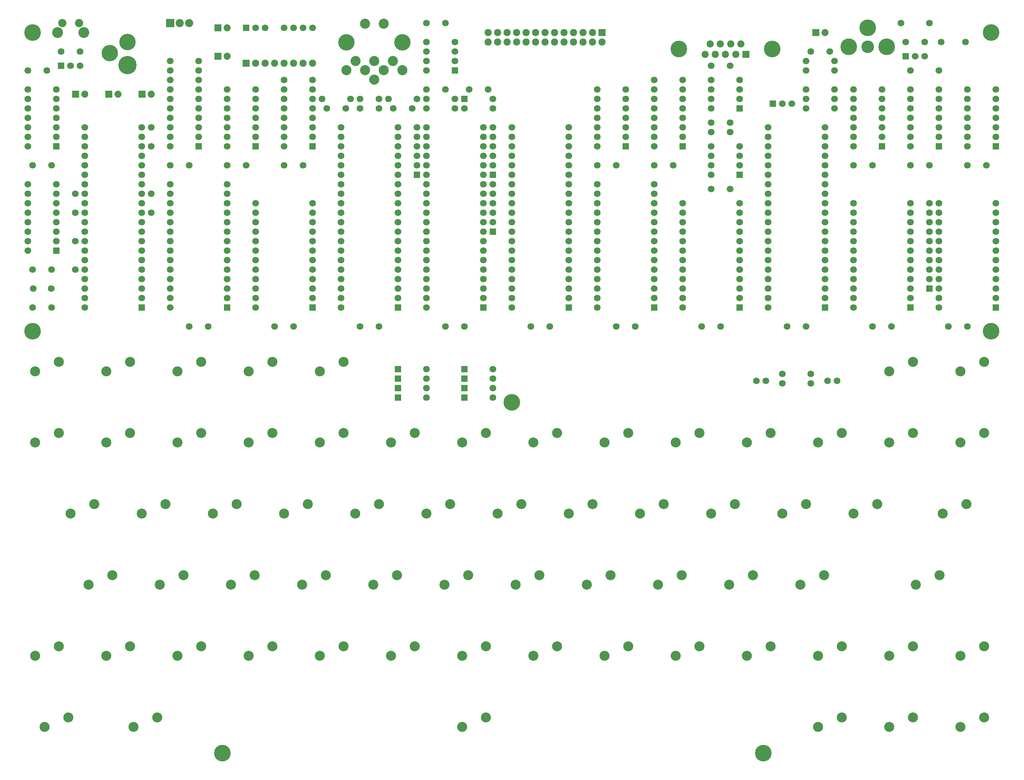
<source format=gbr>
G04 #@! TF.GenerationSoftware,KiCad,Pcbnew,(5.1.0)-1*
G04 #@! TF.CreationDate,2020-03-05T11:17:41-08:00*
G04 #@! TF.ProjectId,Radio-86RK,52616469-6f2d-4383-9652-4b2e6b696361,rev?*
G04 #@! TF.SameCoordinates,Original*
G04 #@! TF.FileFunction,Soldermask,Bot*
G04 #@! TF.FilePolarity,Negative*
%FSLAX46Y46*%
G04 Gerber Fmt 4.6, Leading zero omitted, Abs format (unit mm)*
G04 Created by KiCad (PCBNEW (5.1.0)-1) date 2020-03-05 11:17:41*
%MOMM*%
%LPD*%
G04 APERTURE LIST*
%ADD10C,1.797000*%
%ADD11R,1.797000X1.797000*%
%ADD12C,1.890980*%
%ADD13R,1.890980X1.890980*%
%ADD14C,2.686000*%
%ADD15C,4.464000*%
%ADD16C,3.371800*%
%ADD17C,2.700000*%
%ADD18C,4.400000*%
%ADD19R,1.924000X1.924000*%
%ADD20C,1.924000*%
%ADD21C,2.899360*%
%ADD22C,2.200860*%
%ADD23C,2.178000*%
%ADD24R,2.178000X2.178000*%
%ADD25C,4.900000*%
%ADD26R,1.800000X1.800000*%
%ADD27C,1.800000*%
%ADD28C,4.448760*%
G04 APERTURE END LIST*
D10*
X11430000Y-85090000D03*
X16510000Y-85090000D03*
D11*
X132080000Y-85090000D03*
D10*
X132080000Y-82550000D03*
X132080000Y-80010000D03*
X132080000Y-77470000D03*
X132080000Y-74930000D03*
X132080000Y-72390000D03*
X132080000Y-69850000D03*
X132080000Y-67310000D03*
X132080000Y-64770000D03*
X132080000Y-62230000D03*
X132080000Y-59690000D03*
X132080000Y-57150000D03*
X132080000Y-54610000D03*
X132080000Y-52070000D03*
X132080000Y-49530000D03*
X132080000Y-46990000D03*
X132080000Y-44450000D03*
X132080000Y-41910000D03*
X132080000Y-39370000D03*
X132080000Y-36830000D03*
X116840000Y-36830000D03*
X116840000Y-39370000D03*
X116840000Y-41910000D03*
X116840000Y-44450000D03*
X116840000Y-46990000D03*
X116840000Y-49530000D03*
X116840000Y-52070000D03*
X116840000Y-54610000D03*
X116840000Y-57150000D03*
X116840000Y-59690000D03*
X116840000Y-62230000D03*
X116840000Y-64770000D03*
X116840000Y-67310000D03*
X116840000Y-69850000D03*
X116840000Y-72390000D03*
X116840000Y-74930000D03*
X116840000Y-77470000D03*
X116840000Y-80010000D03*
X116840000Y-82550000D03*
X116840000Y-85090000D03*
D11*
X127000000Y-29210000D03*
D10*
X134620000Y-29210000D03*
X107950000Y-31750000D03*
X113030000Y-31750000D03*
X124460000Y-31750000D03*
X116840000Y-31750000D03*
X128270000Y-26670000D03*
X133350000Y-26670000D03*
D11*
X170180000Y-41910000D03*
D10*
X170180000Y-39370000D03*
X170180000Y-36830000D03*
X170180000Y-34290000D03*
X170180000Y-31750000D03*
X170180000Y-29210000D03*
X170180000Y-26670000D03*
X162560000Y-26670000D03*
X162560000Y-29210000D03*
X162560000Y-31750000D03*
X162560000Y-34290000D03*
X162560000Y-36830000D03*
X162560000Y-39370000D03*
X162560000Y-41910000D03*
D11*
X185420000Y-41910000D03*
D10*
X185420000Y-39370000D03*
X185420000Y-36830000D03*
X185420000Y-34290000D03*
X185420000Y-31750000D03*
X185420000Y-29210000D03*
X185420000Y-26670000D03*
X185420000Y-24130000D03*
X177800000Y-24130000D03*
X177800000Y-26670000D03*
X177800000Y-29210000D03*
X177800000Y-31750000D03*
X177800000Y-34290000D03*
X177800000Y-36830000D03*
X177800000Y-39370000D03*
X177800000Y-41910000D03*
D11*
X200660000Y-31750000D03*
D10*
X200660000Y-29210000D03*
X200660000Y-26670000D03*
X200660000Y-24130000D03*
X193040000Y-24130000D03*
X193040000Y-26670000D03*
X193040000Y-29210000D03*
X193040000Y-31750000D03*
X193040000Y-49530000D03*
X193040000Y-46990000D03*
X193040000Y-44450000D03*
X193040000Y-41910000D03*
X200660000Y-41910000D03*
X200660000Y-44450000D03*
X200660000Y-46990000D03*
D11*
X200660000Y-49530000D03*
D12*
X34270000Y-27940000D03*
D13*
X31770000Y-27940000D03*
X22880000Y-27940000D03*
D12*
X25380000Y-27940000D03*
D13*
X60980000Y-10160000D03*
D12*
X63480000Y-10160000D03*
D14*
X151765000Y-118745000D03*
X145415000Y-121285000D03*
D15*
X139700000Y-110490000D03*
X11430000Y-91440000D03*
X267970000Y-91440000D03*
D10*
X162560000Y-85090000D03*
X162560000Y-82550000D03*
X162560000Y-80010000D03*
X162560000Y-77470000D03*
X162560000Y-74930000D03*
X162560000Y-72390000D03*
X162560000Y-69850000D03*
X162560000Y-67310000D03*
X162560000Y-64770000D03*
X162560000Y-62230000D03*
X162560000Y-59690000D03*
X162560000Y-57150000D03*
X162560000Y-54610000D03*
X162560000Y-52070000D03*
X177800000Y-52070000D03*
X177800000Y-54610000D03*
X177800000Y-57150000D03*
X177800000Y-59690000D03*
X177800000Y-62230000D03*
X177800000Y-64770000D03*
X177800000Y-67310000D03*
X177800000Y-69850000D03*
X177800000Y-72390000D03*
X177800000Y-74930000D03*
X177800000Y-77470000D03*
X177800000Y-80010000D03*
X177800000Y-82550000D03*
D11*
X177800000Y-85090000D03*
D10*
X139700000Y-85090000D03*
X139700000Y-82550000D03*
X139700000Y-80010000D03*
X139700000Y-77470000D03*
X139700000Y-74930000D03*
X139700000Y-72390000D03*
X139700000Y-69850000D03*
X139700000Y-67310000D03*
X139700000Y-64770000D03*
X139700000Y-62230000D03*
X139700000Y-59690000D03*
X139700000Y-57150000D03*
X139700000Y-54610000D03*
X139700000Y-52070000D03*
X139700000Y-49530000D03*
X139700000Y-46990000D03*
X139700000Y-44450000D03*
X139700000Y-41910000D03*
X139700000Y-39370000D03*
X139700000Y-36830000D03*
X154940000Y-36830000D03*
X154940000Y-39370000D03*
X154940000Y-41910000D03*
X154940000Y-44450000D03*
X154940000Y-46990000D03*
X154940000Y-49530000D03*
X154940000Y-52070000D03*
X154940000Y-54610000D03*
X154940000Y-57150000D03*
X154940000Y-59690000D03*
X154940000Y-62230000D03*
X154940000Y-64770000D03*
X154940000Y-67310000D03*
X154940000Y-69850000D03*
X154940000Y-72390000D03*
X154940000Y-74930000D03*
X154940000Y-77470000D03*
X154940000Y-80010000D03*
X154940000Y-82550000D03*
D11*
X154940000Y-85090000D03*
D10*
X78740000Y-41910000D03*
X78740000Y-39370000D03*
X78740000Y-36830000D03*
X78740000Y-34290000D03*
X78740000Y-31750000D03*
X78740000Y-29210000D03*
X78740000Y-26670000D03*
X78740000Y-24130000D03*
X86360000Y-24130000D03*
X86360000Y-26670000D03*
X86360000Y-29210000D03*
X86360000Y-31750000D03*
X86360000Y-34290000D03*
X86360000Y-36830000D03*
X86360000Y-39370000D03*
D11*
X86360000Y-41910000D03*
D10*
X185420000Y-85090000D03*
X185420000Y-82550000D03*
X185420000Y-80010000D03*
X185420000Y-77470000D03*
X185420000Y-74930000D03*
X185420000Y-72390000D03*
X185420000Y-69850000D03*
X185420000Y-67310000D03*
X185420000Y-64770000D03*
X185420000Y-62230000D03*
X185420000Y-59690000D03*
X185420000Y-57150000D03*
X200660000Y-57150000D03*
X200660000Y-59690000D03*
X200660000Y-62230000D03*
X200660000Y-64770000D03*
X200660000Y-67310000D03*
X200660000Y-69850000D03*
X200660000Y-72390000D03*
X200660000Y-74930000D03*
X200660000Y-77470000D03*
X200660000Y-80010000D03*
X200660000Y-82550000D03*
D11*
X200660000Y-85090000D03*
D10*
X63500000Y-41910000D03*
X63500000Y-39370000D03*
X63500000Y-36830000D03*
X63500000Y-34290000D03*
X63500000Y-31750000D03*
X63500000Y-29210000D03*
X63500000Y-26670000D03*
X71120000Y-26670000D03*
X71120000Y-29210000D03*
X71120000Y-31750000D03*
X71120000Y-34290000D03*
X71120000Y-36830000D03*
X71120000Y-39370000D03*
D11*
X71120000Y-41910000D03*
X63500000Y-85090000D03*
D10*
X63500000Y-82550000D03*
X63500000Y-80010000D03*
X63500000Y-77470000D03*
X63500000Y-74930000D03*
X63500000Y-72390000D03*
X63500000Y-69850000D03*
X63500000Y-67310000D03*
X63500000Y-64770000D03*
X63500000Y-62230000D03*
X63500000Y-59690000D03*
X63500000Y-57150000D03*
X63500000Y-54610000D03*
X63500000Y-52070000D03*
X48260000Y-52070000D03*
X48260000Y-54610000D03*
X48260000Y-57150000D03*
X48260000Y-59690000D03*
X48260000Y-62230000D03*
X48260000Y-64770000D03*
X48260000Y-67310000D03*
X48260000Y-69850000D03*
X48260000Y-72390000D03*
X48260000Y-74930000D03*
X48260000Y-77470000D03*
X48260000Y-80010000D03*
X48260000Y-82550000D03*
X48260000Y-85090000D03*
D11*
X109220000Y-85090000D03*
D10*
X109220000Y-82550000D03*
X109220000Y-80010000D03*
X109220000Y-77470000D03*
X109220000Y-74930000D03*
X109220000Y-72390000D03*
X109220000Y-69850000D03*
X109220000Y-67310000D03*
X109220000Y-64770000D03*
X109220000Y-62230000D03*
X109220000Y-59690000D03*
X109220000Y-57150000D03*
X109220000Y-54610000D03*
X109220000Y-52070000D03*
X109220000Y-49530000D03*
X109220000Y-46990000D03*
X109220000Y-44450000D03*
X109220000Y-41910000D03*
X109220000Y-39370000D03*
X109220000Y-36830000D03*
X93980000Y-36830000D03*
X93980000Y-39370000D03*
X93980000Y-41910000D03*
X93980000Y-44450000D03*
X93980000Y-46990000D03*
X93980000Y-49530000D03*
X93980000Y-52070000D03*
X93980000Y-54610000D03*
X93980000Y-57150000D03*
X93980000Y-59690000D03*
X93980000Y-62230000D03*
X93980000Y-64770000D03*
X93980000Y-67310000D03*
X93980000Y-69850000D03*
X93980000Y-72390000D03*
X93980000Y-74930000D03*
X93980000Y-77470000D03*
X93980000Y-80010000D03*
X93980000Y-82550000D03*
X93980000Y-85090000D03*
D11*
X40640000Y-85090000D03*
D10*
X40640000Y-82550000D03*
X40640000Y-80010000D03*
X40640000Y-77470000D03*
X40640000Y-74930000D03*
X40640000Y-72390000D03*
X40640000Y-69850000D03*
X40640000Y-67310000D03*
X40640000Y-64770000D03*
X40640000Y-62230000D03*
X40640000Y-59690000D03*
X40640000Y-57150000D03*
X40640000Y-54610000D03*
X40640000Y-52070000D03*
X40640000Y-49530000D03*
X40640000Y-46990000D03*
X40640000Y-44450000D03*
X40640000Y-41910000D03*
X40640000Y-39370000D03*
X40640000Y-36830000D03*
X25400000Y-36830000D03*
X25400000Y-39370000D03*
X25400000Y-41910000D03*
X25400000Y-44450000D03*
X25400000Y-46990000D03*
X25400000Y-49530000D03*
X25400000Y-52070000D03*
X25400000Y-54610000D03*
X25400000Y-57150000D03*
X25400000Y-59690000D03*
X25400000Y-62230000D03*
X25400000Y-64770000D03*
X25400000Y-67310000D03*
X25400000Y-69850000D03*
X25400000Y-72390000D03*
X25400000Y-74930000D03*
X25400000Y-77470000D03*
X25400000Y-80010000D03*
X25400000Y-82550000D03*
X25400000Y-85090000D03*
D11*
X238760000Y-41910000D03*
D10*
X238760000Y-39370000D03*
X238760000Y-36830000D03*
X238760000Y-34290000D03*
X238760000Y-31750000D03*
X238760000Y-29210000D03*
X238760000Y-26670000D03*
X231140000Y-26670000D03*
X231140000Y-29210000D03*
X231140000Y-31750000D03*
X231140000Y-34290000D03*
X231140000Y-36830000D03*
X231140000Y-39370000D03*
X231140000Y-41910000D03*
D14*
X89852500Y-156845000D03*
X83502500Y-159385000D03*
D10*
X208280000Y-85090000D03*
X208280000Y-82550000D03*
X208280000Y-80010000D03*
X208280000Y-77470000D03*
X208280000Y-74930000D03*
X208280000Y-72390000D03*
X208280000Y-69850000D03*
X208280000Y-67310000D03*
X208280000Y-64770000D03*
X208280000Y-62230000D03*
X208280000Y-59690000D03*
X208280000Y-57150000D03*
X208280000Y-54610000D03*
X208280000Y-52070000D03*
X208280000Y-49530000D03*
X208280000Y-46990000D03*
X208280000Y-44450000D03*
X208280000Y-41910000D03*
X208280000Y-39370000D03*
X208280000Y-36830000D03*
X223520000Y-36830000D03*
X223520000Y-39370000D03*
X223520000Y-41910000D03*
X223520000Y-44450000D03*
X223520000Y-46990000D03*
X223520000Y-49530000D03*
X223520000Y-52070000D03*
X223520000Y-54610000D03*
X223520000Y-57150000D03*
X223520000Y-59690000D03*
X223520000Y-62230000D03*
X223520000Y-64770000D03*
X223520000Y-67310000D03*
X223520000Y-69850000D03*
X223520000Y-72390000D03*
X223520000Y-74930000D03*
X223520000Y-77470000D03*
X223520000Y-80010000D03*
X223520000Y-82550000D03*
D11*
X223520000Y-85090000D03*
D14*
X75565000Y-99695000D03*
X69215000Y-102235000D03*
D10*
X134620000Y-101600000D03*
D11*
X127000000Y-101600000D03*
X109220000Y-101600000D03*
D10*
X116840000Y-101600000D03*
D14*
X247015000Y-99695000D03*
X240665000Y-102235000D03*
X88265000Y-102235000D03*
X94615000Y-99695000D03*
X221615000Y-197485000D03*
X227965000Y-194945000D03*
D10*
X116840000Y-109220000D03*
D11*
X109220000Y-109220000D03*
X109220000Y-106680000D03*
D10*
X116840000Y-106680000D03*
X116840000Y-104140000D03*
D11*
X109220000Y-104140000D03*
D14*
X231140000Y-140335000D03*
X237490000Y-137795000D03*
X208915000Y-118745000D03*
X202565000Y-121285000D03*
X37465000Y-118745000D03*
X31115000Y-121285000D03*
X56515000Y-118745000D03*
X50165000Y-121285000D03*
X75565000Y-118745000D03*
X69215000Y-121285000D03*
X94615000Y-118745000D03*
X88265000Y-121285000D03*
X113665000Y-118745000D03*
X107315000Y-121285000D03*
X132715000Y-118745000D03*
X126365000Y-121285000D03*
X170815000Y-118745000D03*
X164465000Y-121285000D03*
X189865000Y-118745000D03*
X183515000Y-121285000D03*
X227965000Y-118745000D03*
X221615000Y-121285000D03*
X223202500Y-156845000D03*
X216852500Y-159385000D03*
X18415000Y-118745000D03*
X12065000Y-121285000D03*
X170815000Y-175895000D03*
X164465000Y-178435000D03*
X189865000Y-175895000D03*
X183515000Y-178435000D03*
X208915000Y-175895000D03*
X202565000Y-178435000D03*
X51752500Y-156845000D03*
X45402500Y-159385000D03*
X113665000Y-175895000D03*
X107315000Y-178435000D03*
X75565000Y-175895000D03*
X69215000Y-178435000D03*
X85090000Y-137795000D03*
X78740000Y-140335000D03*
X108902500Y-156845000D03*
X102552500Y-159385000D03*
X127952500Y-156845000D03*
X121602500Y-159385000D03*
X147002500Y-156845000D03*
X140652500Y-159385000D03*
X180340000Y-137795000D03*
X173990000Y-140335000D03*
X166052500Y-156845000D03*
X159702500Y-159385000D03*
X185102500Y-156845000D03*
X178752500Y-159385000D03*
X204152500Y-156845000D03*
X197802500Y-159385000D03*
X145415000Y-178435000D03*
X151765000Y-175895000D03*
X132715000Y-175895000D03*
X126365000Y-178435000D03*
X199390000Y-137795000D03*
X193040000Y-140335000D03*
X218440000Y-137795000D03*
X212090000Y-140335000D03*
X46990000Y-137795000D03*
X40640000Y-140335000D03*
X104140000Y-137795000D03*
X97790000Y-140335000D03*
X70802500Y-156845000D03*
X64452500Y-159385000D03*
X123190000Y-137795000D03*
X116840000Y-140335000D03*
X161290000Y-137795000D03*
X154940000Y-140335000D03*
X94615000Y-175895000D03*
X88265000Y-178435000D03*
X66040000Y-137795000D03*
X59690000Y-140335000D03*
X142240000Y-137795000D03*
X135890000Y-140335000D03*
X37465000Y-175895000D03*
X31115000Y-178435000D03*
X27940000Y-137795000D03*
X21590000Y-140335000D03*
X32702500Y-156845000D03*
X26352500Y-159385000D03*
X259715000Y-178435000D03*
X266065000Y-175895000D03*
X266065000Y-194945000D03*
X259715000Y-197485000D03*
X132715000Y-194945000D03*
X126365000Y-197485000D03*
X266065000Y-99695000D03*
X259715000Y-102235000D03*
X37465000Y-99695000D03*
X31115000Y-102235000D03*
X56515000Y-99695000D03*
X50165000Y-102235000D03*
X18415000Y-99695000D03*
X12065000Y-102235000D03*
X227965000Y-175895000D03*
X221615000Y-178435000D03*
D10*
X134620000Y-104140000D03*
D11*
X127000000Y-104140000D03*
D10*
X134620000Y-106680000D03*
D11*
X127000000Y-106680000D03*
D10*
X134620000Y-109220000D03*
D11*
X127000000Y-109220000D03*
D15*
X11430000Y-11430000D03*
X267970000Y-11430000D03*
X62230000Y-204470000D03*
X207010000Y-204470000D03*
D10*
X218440000Y-21590000D03*
X226060000Y-21590000D03*
X226060000Y-19050000D03*
X218440000Y-19050000D03*
D14*
X56515000Y-175895000D03*
X50165000Y-178435000D03*
X254158750Y-156845000D03*
X247808750Y-159385000D03*
X240665000Y-178435000D03*
X247015000Y-175895000D03*
X247015000Y-194945000D03*
X240665000Y-197485000D03*
X261302500Y-137795000D03*
X254952500Y-140335000D03*
X266065000Y-118745000D03*
X259715000Y-121285000D03*
X247015000Y-118745000D03*
X240665000Y-121285000D03*
X14605000Y-197485000D03*
X20955000Y-194945000D03*
X44767500Y-194945000D03*
X38417500Y-197485000D03*
X18415000Y-175895000D03*
X12065000Y-178435000D03*
D10*
X43180000Y-41910000D03*
X43180000Y-36830000D03*
X11430000Y-74930000D03*
X16510000Y-74930000D03*
X172720000Y-90170000D03*
X167640000Y-90170000D03*
X195580000Y-90170000D03*
X190500000Y-90170000D03*
X121920000Y-90170000D03*
X127000000Y-90170000D03*
X149860000Y-90170000D03*
X144780000Y-90170000D03*
X104140000Y-90170000D03*
X99060000Y-90170000D03*
X218440000Y-90170000D03*
X213360000Y-90170000D03*
X53340000Y-90170000D03*
X58420000Y-90170000D03*
X76200000Y-90170000D03*
X81280000Y-90170000D03*
X241300000Y-90170000D03*
X236220000Y-90170000D03*
X78740000Y-46990000D03*
X83820000Y-46990000D03*
X261620000Y-90170000D03*
X256540000Y-90170000D03*
X53340000Y-46990000D03*
X48260000Y-46990000D03*
X15240000Y-21590000D03*
X10160000Y-21590000D03*
X246380000Y-46990000D03*
X251460000Y-46990000D03*
X236220000Y-46990000D03*
X231140000Y-46990000D03*
X63500000Y-46990000D03*
X68580000Y-46990000D03*
X266700000Y-46990000D03*
X261620000Y-46990000D03*
X162560000Y-46990000D03*
X167640000Y-46990000D03*
X121920000Y-26670000D03*
X116840000Y-26670000D03*
X177800000Y-46990000D03*
X182880000Y-46990000D03*
X193040000Y-53340000D03*
X198120000Y-53340000D03*
X193040000Y-35560000D03*
X198120000Y-35560000D03*
X16510000Y-46990000D03*
X11430000Y-46990000D03*
X198120000Y-38100000D03*
X193040000Y-38100000D03*
X198120000Y-20320000D03*
X193040000Y-20320000D03*
X43180000Y-59690000D03*
X43180000Y-54610000D03*
X116840000Y-8890000D03*
X121920000Y-8890000D03*
X99060000Y-31750000D03*
X104140000Y-31750000D03*
D13*
X40660000Y-27940000D03*
D12*
X43160000Y-27940000D03*
X223500000Y-11430000D03*
D13*
X221000000Y-11430000D03*
D10*
X24130000Y-16510000D03*
X19050000Y-16510000D03*
X104140000Y-29210000D03*
X99060000Y-29210000D03*
X219710000Y-16510000D03*
X224790000Y-16510000D03*
X90170000Y-31750000D03*
X95250000Y-31750000D03*
X205105000Y-104775000D03*
X207645000Y-104775000D03*
X226695000Y-104775000D03*
X224155000Y-104775000D03*
D15*
X234950000Y-10160000D03*
X240030000Y-15240000D03*
X229870000Y-15240000D03*
D16*
X234950000Y-15240000D03*
D17*
X102870000Y-19050000D03*
X97870000Y-19050000D03*
X95370000Y-21550000D03*
X102870000Y-24050000D03*
X105370000Y-21550000D03*
X107870000Y-19050000D03*
D18*
X95370000Y-14050000D03*
D17*
X100370000Y-21550000D03*
X110370000Y-21550000D03*
X100370000Y-9050000D03*
D18*
X110370000Y-14050000D03*
D17*
X105370000Y-9050000D03*
D19*
X163830000Y-11430000D03*
D20*
X163830000Y-13970000D03*
X161290000Y-11430000D03*
X161290000Y-13970000D03*
X158750000Y-11430000D03*
X158750000Y-13970000D03*
X156210000Y-11430000D03*
X156210000Y-13970000D03*
X153670000Y-11430000D03*
X153670000Y-13970000D03*
X151130000Y-11430000D03*
X151130000Y-13970000D03*
X148590000Y-11430000D03*
X148590000Y-13970000D03*
X146050000Y-11430000D03*
X146050000Y-13970000D03*
X143510000Y-11430000D03*
X143510000Y-13970000D03*
X140970000Y-11430000D03*
X140970000Y-13970000D03*
X138430000Y-11430000D03*
X138430000Y-13970000D03*
X135890000Y-11430000D03*
X135890000Y-13970000D03*
X133350000Y-11430000D03*
X133350000Y-13970000D03*
D11*
X209550000Y-30480000D03*
D10*
X212090000Y-30480000D03*
X214630000Y-30480000D03*
X251460000Y-8890000D03*
X243840000Y-8890000D03*
X116840000Y-29210000D03*
X124460000Y-29210000D03*
X226060000Y-26670000D03*
X218440000Y-26670000D03*
X22860000Y-67310000D03*
X22860000Y-74930000D03*
X134620000Y-31750000D03*
X127000000Y-31750000D03*
X218440000Y-29210000D03*
X226060000Y-29210000D03*
X226060000Y-31750000D03*
X218440000Y-31750000D03*
X254000000Y-21590000D03*
X246380000Y-21590000D03*
X219710000Y-102870000D03*
X212090000Y-102870000D03*
X212090000Y-105410000D03*
X219710000Y-105410000D03*
X96520000Y-29210000D03*
X88900000Y-29210000D03*
X114300000Y-29210000D03*
X106680000Y-29210000D03*
D11*
X251460000Y-80010000D03*
D10*
X251460000Y-77470000D03*
X251460000Y-74930000D03*
X251460000Y-72390000D03*
X251460000Y-69850000D03*
X251460000Y-67310000D03*
X251460000Y-64770000D03*
X251460000Y-62230000D03*
X251460000Y-59690000D03*
X251460000Y-57150000D03*
X261061200Y-13970000D03*
X254558800Y-13970000D03*
D21*
X25092660Y-11430000D03*
X18092420Y-11430000D03*
D22*
X23842980Y-8930640D03*
X19342100Y-8930640D03*
D11*
X86360000Y-85090000D03*
D10*
X86360000Y-82550000D03*
X86360000Y-80010000D03*
X86360000Y-77470000D03*
X86360000Y-74930000D03*
X86360000Y-72390000D03*
X86360000Y-69850000D03*
X86360000Y-67310000D03*
X86360000Y-64770000D03*
X86360000Y-62230000D03*
X86360000Y-59690000D03*
X86360000Y-57150000D03*
X71120000Y-57150000D03*
X71120000Y-59690000D03*
X71120000Y-62230000D03*
X71120000Y-64770000D03*
X71120000Y-67310000D03*
X71120000Y-69850000D03*
X71120000Y-72390000D03*
X71120000Y-74930000D03*
X71120000Y-77470000D03*
X71120000Y-80010000D03*
X71120000Y-82550000D03*
X71120000Y-85090000D03*
X231140000Y-85090000D03*
X231140000Y-82550000D03*
X231140000Y-80010000D03*
X231140000Y-77470000D03*
X231140000Y-74930000D03*
X231140000Y-72390000D03*
X231140000Y-69850000D03*
X231140000Y-67310000D03*
X231140000Y-64770000D03*
X231140000Y-62230000D03*
X231140000Y-59690000D03*
X231140000Y-57150000D03*
X246380000Y-57150000D03*
X246380000Y-59690000D03*
X246380000Y-62230000D03*
X246380000Y-64770000D03*
X246380000Y-67310000D03*
X246380000Y-69850000D03*
X246380000Y-72390000D03*
X246380000Y-74930000D03*
X246380000Y-77470000D03*
X246380000Y-80010000D03*
X246380000Y-82550000D03*
D11*
X246380000Y-85090000D03*
X269240000Y-85090000D03*
D10*
X269240000Y-82550000D03*
X269240000Y-80010000D03*
X269240000Y-77470000D03*
X269240000Y-74930000D03*
X269240000Y-72390000D03*
X269240000Y-69850000D03*
X269240000Y-67310000D03*
X269240000Y-64770000D03*
X269240000Y-62230000D03*
X269240000Y-59690000D03*
X269240000Y-57150000D03*
X254000000Y-57150000D03*
X254000000Y-59690000D03*
X254000000Y-62230000D03*
X254000000Y-64770000D03*
X254000000Y-67310000D03*
X254000000Y-69850000D03*
X254000000Y-72390000D03*
X254000000Y-74930000D03*
X254000000Y-77470000D03*
X254000000Y-80010000D03*
X254000000Y-82550000D03*
X254000000Y-85090000D03*
D11*
X17780000Y-41910000D03*
D10*
X17780000Y-39370000D03*
X17780000Y-36830000D03*
X17780000Y-34290000D03*
X17780000Y-31750000D03*
X17780000Y-29210000D03*
X17780000Y-26670000D03*
X10160000Y-26670000D03*
X10160000Y-29210000D03*
X10160000Y-31750000D03*
X10160000Y-34290000D03*
X10160000Y-36830000D03*
X10160000Y-39370000D03*
X10160000Y-41910000D03*
X246380000Y-41910000D03*
X246380000Y-39370000D03*
X246380000Y-36830000D03*
X246380000Y-34290000D03*
X246380000Y-31750000D03*
X246380000Y-29210000D03*
X246380000Y-26670000D03*
X254000000Y-26670000D03*
X254000000Y-29210000D03*
X254000000Y-31750000D03*
X254000000Y-34290000D03*
X254000000Y-36830000D03*
X254000000Y-39370000D03*
D11*
X254000000Y-41910000D03*
X269240000Y-41910000D03*
D10*
X269240000Y-39370000D03*
X269240000Y-36830000D03*
X269240000Y-34290000D03*
X269240000Y-31750000D03*
X269240000Y-29210000D03*
X269240000Y-26670000D03*
X261620000Y-26670000D03*
X261620000Y-29210000D03*
X261620000Y-31750000D03*
X261620000Y-34290000D03*
X261620000Y-36830000D03*
X261620000Y-39370000D03*
X261620000Y-41910000D03*
D11*
X124460000Y-21590000D03*
D10*
X124460000Y-19050000D03*
X124460000Y-16510000D03*
X124460000Y-13970000D03*
X116840000Y-13970000D03*
X116840000Y-16510000D03*
X116840000Y-19050000D03*
X116840000Y-21590000D03*
D23*
X50800000Y-8890000D03*
X53340000Y-8890000D03*
D24*
X48260000Y-8890000D03*
D10*
X16410940Y-80010000D03*
X11529060Y-80010000D03*
X22860000Y-54610000D03*
X22860000Y-59690000D03*
D11*
X134620000Y-49530000D03*
D10*
X134620000Y-46990000D03*
X134620000Y-44450000D03*
X134620000Y-41910000D03*
X134620000Y-39370000D03*
X134620000Y-36830000D03*
D11*
X114300000Y-49530000D03*
D10*
X114300000Y-46990000D03*
X114300000Y-44450000D03*
X114300000Y-41910000D03*
X114300000Y-39370000D03*
X114300000Y-36830000D03*
X134620000Y-52070000D03*
X134620000Y-54610000D03*
X134620000Y-57150000D03*
X134620000Y-59690000D03*
X134620000Y-62230000D03*
D11*
X134620000Y-64770000D03*
X55880000Y-41910000D03*
D10*
X55880000Y-39370000D03*
X55880000Y-36830000D03*
X55880000Y-34290000D03*
X55880000Y-31750000D03*
X55880000Y-29210000D03*
X55880000Y-26670000D03*
X55880000Y-24130000D03*
X55880000Y-21590000D03*
X55880000Y-19050000D03*
X48260000Y-19050000D03*
X48260000Y-21590000D03*
X48260000Y-24130000D03*
X48260000Y-26670000D03*
X48260000Y-29210000D03*
X48260000Y-31750000D03*
X48260000Y-34290000D03*
X48260000Y-36830000D03*
X48260000Y-39370000D03*
X48260000Y-41910000D03*
X250190000Y-13970000D03*
X245110000Y-13970000D03*
D11*
X245110000Y-17780000D03*
D10*
X247650000Y-17780000D03*
X250190000Y-17780000D03*
D18*
X36830000Y-13970000D03*
D25*
X36830000Y-20170140D03*
D18*
X32029400Y-16969740D03*
D19*
X68580000Y-19685000D03*
D20*
X71120000Y-19685000D03*
X73660000Y-19685000D03*
X76200000Y-19685000D03*
X78740000Y-19685000D03*
X81280000Y-19685000D03*
X83820000Y-19685000D03*
X86360000Y-19685000D03*
D26*
X68580000Y-10160000D03*
D27*
X71120000Y-10160000D03*
X73660000Y-10160000D03*
X78740000Y-10160000D03*
X81280000Y-10160000D03*
X83820000Y-10160000D03*
X86360000Y-10160000D03*
D13*
X60980000Y-17780000D03*
D12*
X63480000Y-17780000D03*
D28*
X209344260Y-15875000D03*
X184355740Y-15875000D03*
D19*
X202336400Y-17297400D03*
D20*
X199593200Y-17297400D03*
X196850000Y-17297400D03*
X194106800Y-17297400D03*
X191363600Y-17297400D03*
X192735200Y-14452600D03*
X195478400Y-14452600D03*
X198247000Y-14452600D03*
X200964800Y-14452600D03*
D11*
X17780000Y-69850000D03*
D10*
X17780000Y-67310000D03*
X17780000Y-64770000D03*
X17780000Y-62230000D03*
X17780000Y-59690000D03*
X17780000Y-57150000D03*
X17780000Y-54610000D03*
X17780000Y-52070000D03*
X10160000Y-52070000D03*
X10160000Y-54610000D03*
X10160000Y-57150000D03*
X10160000Y-59690000D03*
X10160000Y-62230000D03*
X10160000Y-64770000D03*
X10160000Y-67310000D03*
X10160000Y-69850000D03*
D11*
X19050000Y-20320000D03*
D10*
X21590000Y-20320000D03*
X24130000Y-20320000D03*
M02*

</source>
